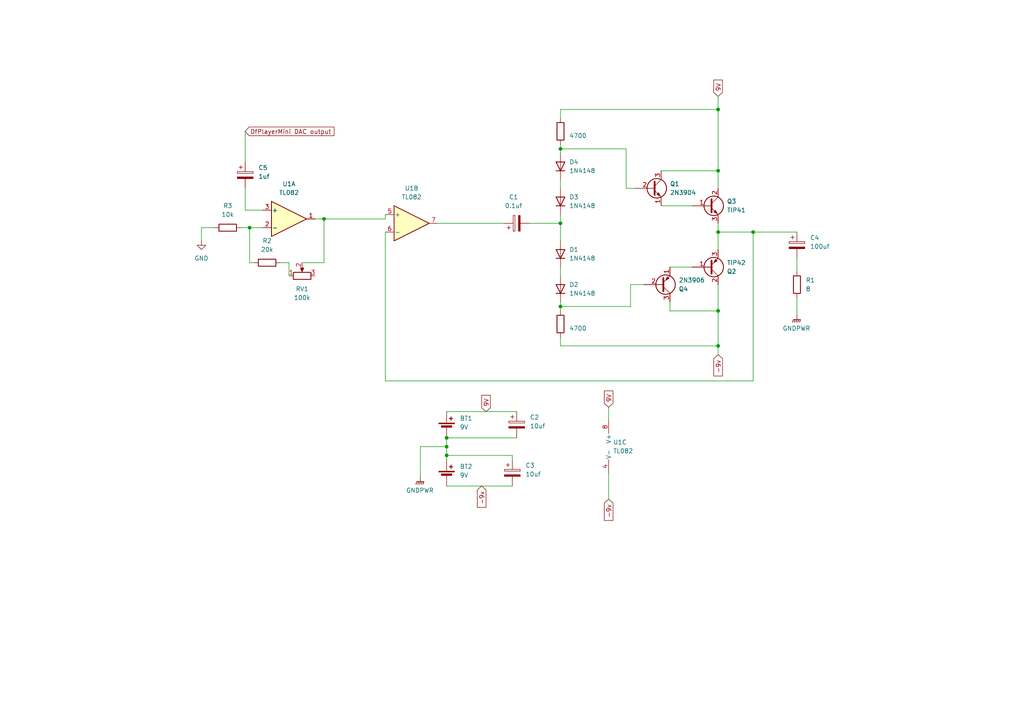
<source format=kicad_sch>
(kicad_sch (version 20231120) (generator "eeschema") (generator_version "8.0")
  (paper "A4")
  (lib_symbols
    (symbol "Amplifier_Operational:TL082" (pin_names (offset 0.127))
      (property "Reference" "U" (at 0 5.08 0))
      (property "Value" "TL082" (at 0 -5.08 0))
      (symbol "TL082_1_1"
        (polyline (pts (xy -5.08 5.08) (xy 5.08 0) (xy -5.08 -5.08) (xy -5.08 5.08)) (stroke (width 0.254)) (fill (type background)))
        (pin output line (at 7.62 0 180) (length 2.54) (name "~") (number "1"))
        (pin input line (at -7.62 -2.54 0) (length 2.54) (name "-") (number "2"))
        (pin input line (at -7.62 2.54 0) (length 2.54) (name "+") (number "3"))
      )
      (symbol "TL082_2_1"
        (polyline (pts (xy -5.08 5.08) (xy 5.08 0) (xy -5.08 -5.08) (xy -5.08 5.08)) (stroke (width 0.254)) (fill (type background)))
        (pin input line (at -7.62 2.54 0) (length 2.54) (name "+") (number "5"))
        (pin input line (at -7.62 -2.54 0) (length 2.54) (name "-") (number "6"))
        (pin output line (at 7.62 0 180) (length 2.54) (name "~") (number "7"))
      )
      (symbol "TL082_3_1"
        (pin power_in line (at -2.54 -7.62 90) (length 3.81) (name "V-") (number "4"))
        (pin power_in line (at -2.54 7.62 270) (length 3.81) (name "V+") (number "8"))
      )
    )
    (symbol "Device:Battery_Cell" (pin_numbers hide) (pin_names (offset 0) hide)
      (property "Reference" "BT" (at 2.54 2.54 0))
      (property "Value" "Battery_Cell" (at 2.54 0 0))
      (symbol "Battery_Cell_0_1"
        (rectangle (start -2.286 1.778) (end 2.286 1.524) (fill (type outline)))
        (rectangle (start -1.524 1.016) (end 1.524 0.508) (fill (type outline)))
        (polyline (pts (xy 0 0.762) (xy 0 0)))
        (polyline (pts (xy 0 1.778) (xy 0 2.54)))
        (polyline (pts (xy 0.762 3.048) (xy 1.778 3.048)) (stroke (width 0.254)))
        (polyline (pts (xy 1.27 3.556) (xy 1.27 2.54)) (stroke (width 0.254)))
      )
      (symbol "Battery_Cell_1_1"
        (pin passive line (at 0 5.08 270) (length 2.54) (name "+") (number "1"))
        (pin passive line (at 0 -2.54 90) (length 2.54) (name "-") (number "2"))
      )
    )
    (symbol "Device:C_Polarized" (pin_numbers hide) (pin_names (offset 0.254))
      (property "Reference" "C" (at 0.635 2.54 0))
      (property "Value" "C_Polarized" (at 0.635 -2.54 0))
      (symbol "C_Polarized_0_1"
        (rectangle (start -2.286 0.508) (end 2.286 1.016))
        (polyline (pts (xy -1.778 2.286) (xy -0.762 2.286)))
        (polyline (pts (xy -1.27 2.794) (xy -1.27 1.778)))
        (rectangle (start 2.286 -0.508) (end -2.286 -1.016) (fill (type outline)))
      )
      (symbol "C_Polarized_1_1"
        (pin passive line (at 0 3.81 270) (length 2.794) (name "~") (number "1"))
        (pin passive line (at 0 -3.81 90) (length 2.794) (name "~") (number "2"))
      )
    )
    (symbol "Device:R" (pin_numbers hide) (pin_names (offset 0))
      (property "Reference" "R" (at 2.032 0 90))
      (property "Value" "R" (at 0 0 90))
      (symbol "R_0_1"
        (rectangle (start -1.016 -2.54) (end 1.016 2.54) (stroke (width 0.254)))
      )
      (symbol "R_1_1"
        (pin passive line (at 0 3.81 270) (length 1.27) (name "~") (number "1"))
        (pin passive line (at 0 -3.81 90) (length 1.27) (name "~") (number "2"))
      )
    )
    (symbol "Device:R_Potentiometer" (pin_names (offset 1.016) hide)
      (property "Reference" "RV" (at -4.445 0 90))
      (property "Value" "R_Potentiometer" (at -2.54 0 90))
      (symbol "R_Potentiometer_0_1"
        (polyline (pts (xy 2.54 0) (xy 1.524 0)))
        (polyline (pts (xy 1.143 0) (xy 2.286 0.508) (xy 2.286 -0.508) (xy 1.143 0)) (fill (type outline)))
        (rectangle (start 1.016 2.54) (end -1.016 -2.54) (stroke (width 0.254)))
      )
      (symbol "R_Potentiometer_1_1"
        (pin passive line (at 0 3.81 270) (length 1.27) (name "1") (number "1"))
        (pin passive line (at 3.81 0 180) (length 1.27) (name "2") (number "2"))
        (pin passive line (at 0 -3.81 90) (length 1.27) (name "3") (number "3"))
      )
    )
    (symbol "Diode:1N4148" (pin_numbers hide) (pin_names hide)
      (property "Reference" "D" (at 0 2.54 0))
      (property "Value" "1N4148" (at 0 -2.54 0))
      (symbol "1N4148_0_1"
        (polyline (pts (xy -1.27 1.27) (xy -1.27 -1.27)) (stroke (width 0.254)))
        (polyline (pts (xy 1.27 0) (xy -1.27 0)))
        (polyline (pts (xy 1.27 1.27) (xy 1.27 -1.27) (xy -1.27 0) (xy 1.27 1.27)) (stroke (width 0.254)))
      )
      (symbol "1N4148_1_1"
        (pin passive line (at -3.81 0 0) (length 2.54) (name "K") (number "1"))
        (pin passive line (at 3.81 0 180) (length 2.54) (name "A") (number "2"))
      )
    )
    (symbol "Transistor_BJT:2N3904" (pin_names (offset 0) hide)
      (property "Reference" "Q" (at 5.08 1.905 0))
      (property "Value" "2N3904" (at 5.08 0 0))
      (symbol "2N3904_0_1"
        (polyline (pts (xy 0.635 0.635) (xy 2.54 2.54)))
        (polyline (pts (xy 0.635 -0.635) (xy 2.54 -2.54) (xy 2.54 -2.54)))
        (polyline (pts (xy 0.635 1.905) (xy 0.635 -1.905) (xy 0.635 -1.905)) (stroke (width 0.508)))
        (polyline (pts (xy 1.27 -1.778) (xy 1.778 -1.27) (xy 2.286 -2.286) (xy 1.27 -1.778) (xy 1.27 -1.778)) (fill (type outline)))
        (circle (center 1.27 0) (radius 2.8194) (stroke (width 0.254)))
      )
      (symbol "2N3904_1_1"
        (pin passive line (at 2.54 -5.08 90) (length 2.54) (name "E") (number "1"))
        (pin passive line (at -5.08 0 0) (length 5.715) (name "B") (number "2"))
        (pin passive line (at 2.54 5.08 270) (length 2.54) (name "C") (number "3"))
      )
    )
    (symbol "Transistor_BJT:2N3906" (pin_names (offset 0) hide)
      (property "Reference" "Q" (at 5.08 1.905 0))
      (property "Value" "2N3906" (at 5.08 0 0))
      (symbol "2N3906_0_1"
        (polyline (pts (xy 0.635 0.635) (xy 2.54 2.54)))
        (polyline (pts (xy 0.635 -0.635) (xy 2.54 -2.54) (xy 2.54 -2.54)))
        (polyline (pts (xy 0.635 1.905) (xy 0.635 -1.905) (xy 0.635 -1.905)) (stroke (width 0.508)))
        (polyline (pts (xy 2.286 -1.778) (xy 1.778 -2.286) (xy 1.27 -1.27) (xy 2.286 -1.778) (xy 2.286 -1.778)) (fill (type outline)))
        (circle (center 1.27 0) (radius 2.8194) (stroke (width 0.254)))
      )
      (symbol "2N3906_1_1"
        (pin passive line (at 2.54 -5.08 90) (length 2.54) (name "E") (number "1"))
        (pin input line (at -5.08 0 0) (length 5.715) (name "B") (number "2"))
        (pin passive line (at 2.54 5.08 270) (length 2.54) (name "C") (number "3"))
      )
    )
    (symbol "Transistor_BJT:TIP41" (pin_names (offset 0) hide)
      (property "Reference" "Q" (at 6.35 1.905 0))
      (property "Value" "TIP41" (at 6.35 0 0))
      (symbol "TIP41_0_1"
        (polyline (pts (xy 0.635 0.635) (xy 2.54 2.54)))
        (polyline (pts (xy 0.635 -0.635) (xy 2.54 -2.54) (xy 2.54 -2.54)))
        (polyline (pts (xy 0.635 1.905) (xy 0.635 -1.905) (xy 0.635 -1.905)) (stroke (width 0.508)))
        (polyline (pts (xy 1.27 -1.778) (xy 1.778 -1.27) (xy 2.286 -2.286) (xy 1.27 -1.778) (xy 1.27 -1.778)) (fill (type outline)))
        (circle (center 1.27 0) (radius 2.8194) (stroke (width 0.254)))
      )
      (symbol "TIP41_1_1"
        (pin input line (at -5.08 0 0) (length 5.715) (name "B") (number "1"))
        (pin passive line (at 2.54 5.08 270) (length 2.54) (name "C") (number "2"))
        (pin passive line (at 2.54 -5.08 90) (length 2.54) (name "E") (number "3"))
      )
    )
    (symbol "Transistor_BJT:TIP42" (pin_names (offset 0) hide)
      (property "Reference" "Q" (at 6.35 1.905 0))
      (property "Value" "TIP42" (at 6.35 0 0))
      (symbol "TIP42_0_1"
        (polyline (pts (xy 0.635 0.635) (xy 2.54 2.54)))
        (polyline (pts (xy 0.635 -0.635) (xy 2.54 -2.54) (xy 2.54 -2.54)))
        (polyline (pts (xy 0.635 1.905) (xy 0.635 -1.905) (xy 0.635 -1.905)) (stroke (width 0.508)))
        (polyline (pts (xy 2.286 -1.778) (xy 1.778 -2.286) (xy 1.27 -1.27) (xy 2.286 -1.778) (xy 2.286 -1.778)) (fill (type outline)))
        (circle (center 1.27 0) (radius 2.8194) (stroke (width 0.254)))
      )
      (symbol "TIP42_1_1"
        (pin input line (at -5.08 0 0) (length 5.715) (name "B") (number "1"))
        (pin passive line (at 2.54 5.08 270) (length 2.54) (name "C") (number "2"))
        (pin passive line (at 2.54 -5.08 90) (length 2.54) (name "E") (number "3"))
      )
    )
    (symbol "power:GND" (power) (pin_numbers hide) (pin_names (offset 0) hide)
      (property "Value" "GND" (at 0 -3.81 0))
      (symbol "GND_0_1"
        (polyline (pts (xy 0 0) (xy 0 -1.27) (xy 1.27 -1.27) (xy 0 -2.54) (xy -1.27 -1.27) (xy 0 -1.27)))
      )
      (symbol "GND_1_1"
        (pin power_in line (at 0 0 270) (length 0) (name "~") (number "1"))
      )
    )
    (symbol "power:GNDPWR" (power) (pin_numbers hide) (pin_names (offset 0) hide)
      (property "Value" "GNDPWR" (at 0 -3.302 0))
      (symbol "GNDPWR_0_1"
        (polyline (pts (xy 0 -1.27) (xy 0 0)))
        (polyline (pts (xy -1.016 -1.27) (xy -1.27 -2.032) (xy -1.27 -2.032)) (stroke (width 0.2032)))
        (polyline (pts (xy -0.508 -1.27) (xy -0.762 -2.032) (xy -0.762 -2.032)) (stroke (width 0.2032)))
        (polyline (pts (xy 0 -1.27) (xy -0.254 -2.032) (xy -0.254 -2.032)) (stroke (width 0.2032)))
        (polyline (pts (xy 0.508 -1.27) (xy 0.254 -2.032) (xy 0.254 -2.032)) (stroke (width 0.2032)))
        (polyline (pts (xy 1.016 -1.27) (xy -1.016 -1.27) (xy -1.016 -1.27)) (stroke (width 0.2032)))
        (polyline (pts (xy 1.016 -1.27) (xy 0.762 -2.032) (xy 0.762 -2.032) (xy 0.762 -2.032)) (stroke (width 0.2032)))
      )
      (symbol "GNDPWR_1_1"
        (pin power_in line (at 0 0 270) (length 0) (name "~") (number "1"))
      )
    )
  )
  (junction (at 208.28 100.33))
  (junction (at 162.56 64.77))
  (junction (at 162.56 43.18))
  (junction (at 129.54 132.08))
  (junction (at 72.39 66.04))
  (junction (at 129.54 129.54))
  (junction (at 129.54 127))
  (junction (at 208.28 67.31))
  (junction (at 93.98 63.5))
  (junction (at 218.44 67.31))
  (junction (at 208.28 31.75))
  (junction (at 162.56 88.9))
  (junction (at 208.28 49.53))
  (junction (at 208.28 90.17))
  (wire (pts (xy 69.85 66.04) (xy 72.39 66.04)))
  (wire (pts (xy 162.56 87.63) (xy 162.56 88.9)))
  (wire (pts (xy 191.77 59.69) (xy 200.66 59.69)))
  (wire (pts (xy 176.53 118.11) (xy 176.53 121.92)))
  (wire (pts (xy 83.82 76.2) (xy 83.82 80.01)))
  (wire (pts (xy 111.76 63.5) (xy 111.76 62.23)))
  (wire (pts (xy 162.56 31.75) (xy 208.28 31.75)))
  (wire (pts (xy 208.28 82.55) (xy 208.28 90.17)))
  (wire (pts (xy 72.39 66.04) (xy 72.39 76.2)))
  (wire (pts (xy 182.88 88.9) (xy 182.88 82.55)))
  (wire (pts (xy 71.12 38.1) (xy 71.12 46.99)))
  (wire (pts (xy 231.14 74.93) (xy 231.14 78.74)))
  (wire (pts (xy 162.56 31.75) (xy 162.56 34.29)))
  (wire (pts (xy 231.14 86.36) (xy 231.14 91.44)))
  (wire (pts (xy 208.28 64.77) (xy 208.28 67.31)))
  (wire (pts (xy 208.28 67.31) (xy 218.44 67.31)))
  (wire (pts (xy 194.31 77.47) (xy 200.66 77.47)))
  (wire (pts (xy 208.28 100.33) (xy 208.28 102.87)))
  (wire (pts (xy 111.76 110.49) (xy 218.44 110.49)))
  (wire (pts (xy 111.76 67.31) (xy 111.76 110.49)))
  (wire (pts (xy 72.39 76.2) (xy 73.66 76.2)))
  (wire (pts (xy 129.54 127) (xy 129.54 129.54)))
  (wire (pts (xy 162.56 43.18) (xy 181.61 43.18)))
  (wire (pts (xy 162.56 52.07) (xy 162.56 54.61)))
  (wire (pts (xy 129.54 132.08) (xy 148.59 132.08)))
  (wire (pts (xy 208.28 90.17) (xy 208.28 100.33)))
  (wire (pts (xy 162.56 77.47) (xy 162.56 80.01)))
  (wire (pts (xy 181.61 43.18) (xy 181.61 54.61)))
  (wire (pts (xy 129.54 119.38) (xy 149.86 119.38)))
  (wire (pts (xy 121.92 138.43) (xy 121.92 129.54)))
  (wire (pts (xy 162.56 64.77) (xy 162.56 69.85)))
  (wire (pts (xy 153.67 64.77) (xy 162.56 64.77)))
  (wire (pts (xy 162.56 62.23) (xy 162.56 64.77)))
  (wire (pts (xy 194.31 90.17) (xy 208.28 90.17)))
  (wire (pts (xy 81.28 76.2) (xy 83.82 76.2)))
  (wire (pts (xy 87.63 76.2) (xy 93.98 76.2)))
  (wire (pts (xy 191.77 49.53) (xy 208.28 49.53)))
  (wire (pts (xy 58.42 66.04) (xy 58.42 69.85)))
  (wire (pts (xy 121.92 129.54) (xy 129.54 129.54)))
  (wire (pts (xy 71.12 54.61) (xy 71.12 60.96)))
  (wire (pts (xy 194.31 87.63) (xy 194.31 90.17)))
  (wire (pts (xy 162.56 88.9) (xy 182.88 88.9)))
  (wire (pts (xy 129.54 127) (xy 149.86 127)))
  (wire (pts (xy 208.28 31.75) (xy 208.28 49.53)))
  (wire (pts (xy 208.28 27.94) (xy 208.28 31.75)))
  (wire (pts (xy 93.98 63.5) (xy 91.44 63.5)))
  (wire (pts (xy 208.28 49.53) (xy 208.28 54.61)))
  (wire (pts (xy 176.53 137.16) (xy 176.53 144.78)))
  (wire (pts (xy 93.98 63.5) (xy 111.76 63.5)))
  (wire (pts (xy 162.56 41.91) (xy 162.56 43.18)))
  (wire (pts (xy 162.56 43.18) (xy 162.56 44.45)))
  (wire (pts (xy 71.12 60.96) (xy 76.2 60.96)))
  (wire (pts (xy 129.54 132.08) (xy 129.54 133.35)))
  (wire (pts (xy 93.98 76.2) (xy 93.98 63.5)))
  (wire (pts (xy 129.54 129.54) (xy 129.54 132.08)))
  (wire (pts (xy 162.56 100.33) (xy 208.28 100.33)))
  (wire (pts (xy 181.61 54.61) (xy 184.15 54.61)))
  (wire (pts (xy 148.59 132.08) (xy 148.59 133.35)))
  (wire (pts (xy 162.56 88.9) (xy 162.56 90.17)))
  (wire (pts (xy 218.44 110.49) (xy 218.44 67.31)))
  (wire (pts (xy 208.28 67.31) (xy 208.28 72.39)))
  (wire (pts (xy 182.88 82.55) (xy 186.69 82.55)))
  (wire (pts (xy 162.56 97.79) (xy 162.56 100.33)))
  (wire (pts (xy 72.39 66.04) (xy 76.2 66.04)))
  (wire (pts (xy 127 64.77) (xy 146.05 64.77)))
  (wire (pts (xy 62.23 66.04) (xy 58.42 66.04)))
  (wire (pts (xy 218.44 67.31) (xy 231.14 67.31)))
  (wire (pts (xy 129.54 140.97) (xy 148.59 140.97)))
  (global_label "-9v" (shape input) (at 176.53 144.78 270) (property "Intersheetrefs" "${INTERSHEET_REFS}" (effects (hide yes))))
  (global_label "DfPlayerMini DAC output" (shape input) (at 71.12 38.1 0) (property "Intersheetrefs" "${INTERSHEET_REFS}" (effects (hide yes))))
  (global_label "9V" (shape input) (at 140.97 119.38 90) (property "Intersheetrefs" "${INTERSHEET_REFS}" (effects (hide yes))))
  (global_label "-9v" (shape input) (at 139.7 140.97 270) (property "Intersheetrefs" "${INTERSHEET_REFS}" (effects (hide yes))))
  (global_label "9V" (shape input) (at 208.28 27.94 90) (property "Intersheetrefs" "${INTERSHEET_REFS}" (effects (hide yes))))
  (global_label "9V" (shape input) (at 176.53 118.11 90) (property "Intersheetrefs" "${INTERSHEET_REFS}" (effects (hide yes))))
  (global_label "-9v" (shape input) (at 208.28 102.87 270) (property "Intersheetrefs" "${INTERSHEET_REFS}" (effects (hide yes))))
  (symbol (lib_id "Device:R") (at 162.56 93.98 0) (unit 1)
    (property "Reference" "R4" (effects (hide yes)))
    (property "Value" "4700" (at 165.1 95.2499 0) (effects (justify left)))
    (property "Description" "Resistor" (effects (hide yes)))
  )
  (symbol (lib_id "Device:R_Potentiometer") (at 87.63 80.01 90) (unit 1)
    (property "Reference" "RV1" (at 87.63 83.82 90))
    (property "Value" "100k" (at 87.63 86.36 90))
    (property "Description" "Potentiometer" (effects (hide yes)))
  )
  (symbol (lib_id "Diode:1N4148") (at 162.56 83.82 90) (unit 1)
    (property "Reference" "D2" (at 165.1 82.5499 90) (effects (justify right)))
    (property "Value" "1N4148" (at 165.1 85.0899 90) (effects (justify right)))
    (property "Footprint" "Diode_THT:D_DO-35_SOD27_P7.62mm_Horizontal" (effects (hide yes)))
    (property "Datasheet" "https://assets.nexperia.com/documents/data-sheet/1N4148_1N4448.pdf" (effects (hide yes)))
    (property "Description" "100V 0.15A standard switching diode, DO-35" (effects (hide yes)))
    (property "Sim.Device" "D" (effects (hide yes)))
    (property "Sim.Pins" "1=K 2=A" (effects (hide yes)))
  )
  (symbol (lib_id "Device:R") (at 66.04 66.04 90) (unit 1)
    (property "Reference" "R3" (at 66.04 59.69 90))
    (property "Value" "10k" (at 66.04 62.23 90))
    (property "Description" "Resistor" (effects (hide yes)))
  )
  (symbol (lib_id "Device:R") (at 231.14 82.55 0) (unit 1)
    (property "Reference" "R1" (at 233.68 81.2799 0) (effects (justify left)))
    (property "Value" "8" (at 233.68 83.8199 0) (effects (justify left)))
    (property "Description" "Resistor" (effects (hide yes)))
  )
  (symbol (lib_id "Diode:1N4148") (at 162.56 58.42 90) (unit 1)
    (property "Reference" "D3" (at 165.1 57.1499 90) (effects (justify right)))
    (property "Value" "1N4148" (at 165.1 59.6899 90) (effects (justify right)))
    (property "Footprint" "Diode_THT:D_DO-35_SOD27_P7.62mm_Horizontal" (effects (hide yes)))
    (property "Datasheet" "https://assets.nexperia.com/documents/data-sheet/1N4148_1N4448.pdf" (effects (hide yes)))
    (property "Description" "100V 0.15A standard switching diode, DO-35" (effects (hide yes)))
    (property "Sim.Device" "D" (effects (hide yes)))
    (property "Sim.Pins" "1=K 2=A" (effects (hide yes)))
  )
  (symbol (lib_id "Device:Battery_Cell") (at 129.54 138.43 0) (unit 1)
    (property "Reference" "BT2" (at 133.35 135.3184 0) (effects (justify left)))
    (property "Value" "9V" (at 133.35 137.8584 0) (effects (justify left)))
    (property "Description" "Single-cell battery" (effects (hide yes)))
  )
  (symbol (lib_id "power:GNDPWR") (at 121.92 138.43 0) (unit 1)
    (property "Reference" "#PWR02" (effects (hide yes)))
    (property "Value" "GNDPWR" (at 121.793 142.24 0))
    (property "Description" "Power symbol creates a global label with name \"GNDPWR\" , global ground" (effects (hide yes)))
  )
  (symbol (lib_id "Transistor_BJT:TIP42") (at 205.74 77.47 0) (mirror x) (unit 1)
    (property "Reference" "Q2" (at 210.82 78.7401 0) (effects (justify left)))
    (property "Value" "TIP42" (at 210.82 76.2001 0) (effects (justify left)))
    (property "Footprint" "Package_TO_SOT_THT:TO-220-3_Vertical" (effects (hide yes)))
    (property "Datasheet" "https://www.centralsemi.com/get_document.php?cmp=1&mergetype=pd&mergepath=pd&pdf_id=TIP42.PDF" (effects (hide yes)))
    (property "Description" "-6A Ic, -40V Vce, Power PNP Transistor, TO-220" (effects (hide yes)))
  )
  (symbol (lib_id "Transistor_BJT:2N3904") (at 189.23 54.61 0) (unit 1)
    (property "Reference" "Q1" (at 194.31 53.3399 0) (effects (justify left)))
    (property "Value" "2N3904" (at 194.31 55.8799 0) (effects (justify left)))
    (property "Footprint" "Package_TO_SOT_THT:TO-92_Inline" (effects (hide yes)))
    (property "Datasheet" "https://www.onsemi.com/pub/Collateral/2N3903-D.PDF" (effects (hide yes)))
    (property "Description" "0.2A Ic, 40V Vce, Small Signal NPN Transistor, TO-92" (effects (hide yes)))
  )
  (symbol (lib_id "Diode:1N4148") (at 162.56 48.26 90) (unit 1)
    (property "Reference" "D4" (at 165.1 46.9899 90) (effects (justify right)))
    (property "Value" "1N4148" (at 165.1 49.5299 90) (effects (justify right)))
    (property "Footprint" "Diode_THT:D_DO-35_SOD27_P7.62mm_Horizontal" (effects (hide yes)))
    (property "Datasheet" "https://assets.nexperia.com/documents/data-sheet/1N4148_1N4448.pdf" (effects (hide yes)))
    (property "Description" "100V 0.15A standard switching diode, DO-35" (effects (hide yes)))
    (property "Sim.Device" "D" (effects (hide yes)))
    (property "Sim.Pins" "1=K 2=A" (effects (hide yes)))
  )
  (symbol (lib_id "Device:Battery_Cell") (at 129.54 124.46 0) (unit 1)
    (property "Reference" "BT1" (at 133.35 121.3484 0) (effects (justify left)))
    (property "Value" "9V" (at 133.35 123.8884 0) (effects (justify left)))
    (property "Description" "Single-cell battery" (effects (hide yes)))
  )
  (symbol (lib_id "Device:C_Polarized") (at 149.86 64.77 90) (unit 1)
    (property "Reference" "C1" (at 148.971 57.15 90))
    (property "Value" "0.1uf" (at 148.971 59.69 90))
    (property "Description" "Polarized capacitor" (effects (hide yes)))
  )
  (symbol (lib_id "Device:C_Polarized") (at 231.14 71.12 0) (unit 1)
    (property "Reference" "C4" (at 234.95 68.9609 0) (effects (justify left)))
    (property "Value" "100uf" (at 234.95 71.5009 0) (effects (justify left)))
    (property "Description" "Polarized capacitor" (effects (hide yes)))
  )
  (symbol (lib_id "Device:C_Polarized") (at 71.12 50.8 0) (unit 1)
    (property "Reference" "C5" (at 74.93 48.6409 0) (effects (justify left)))
    (property "Value" "1uf" (at 74.93 51.1809 0) (effects (justify left)))
    (property "Description" "Polarized capacitor" (effects (hide yes)))
  )
  (symbol (lib_id "Transistor_BJT:TIP41") (at 205.74 59.69 0) (unit 1)
    (property "Reference" "Q3" (at 210.82 58.4199 0) (effects (justify left)))
    (property "Value" "TIP41" (at 210.82 60.9599 0) (effects (justify left)))
    (property "Footprint" "Package_TO_SOT_THT:TO-220-3_Vertical" (effects (hide yes)))
    (property "Datasheet" "https://www.centralsemi.com/get_document.php?cmp=1&mergetype=pd&mergepath=pd&pdf_id=tip41.PDF" (effects (hide yes)))
    (property "Description" "6A Ic, 40V Vce, Power NPN Transistor, TO-220" (effects (hide yes)))
  )
  (symbol (lib_id "Device:C_Polarized") (at 149.86 123.19 0) (unit 1)
    (property "Reference" "C2" (at 153.67 121.0309 0) (effects (justify left)))
    (property "Value" "10uf" (at 153.67 123.5709 0) (effects (justify left)))
    (property "Description" "Polarized capacitor" (effects (hide yes)))
  )
  (symbol (lib_id "power:GNDPWR") (at 231.14 91.44 0) (unit 1)
    (property "Reference" "#PWR03" (effects (hide yes)))
    (property "Value" "GNDPWR" (at 231.013 95.25 0))
    (property "Description" "Power symbol creates a global label with name \"GNDPWR\" , global ground" (effects (hide yes)))
  )
  (symbol (lib_id "power:GND") (at 58.42 69.85 0) (unit 1)
    (property "Reference" "#PWR01" (effects (hide yes)))
    (property "Value" "GND" (at 58.42 74.93 0))
    (property "Description" "Power symbol creates a global label with name \"GND\" , ground" (effects (hide yes)))
  )
  (symbol (lib_id "Transistor_BJT:2N3906") (at 191.77 82.55 0) (mirror x) (unit 1)
    (property "Reference" "Q4" (at 196.85 83.8201 0) (effects (justify left)))
    (property "Value" "2N3906" (at 196.85 81.2801 0) (effects (justify left)))
    (property "Footprint" "Package_TO_SOT_THT:TO-92_Inline" (effects (hide yes)))
    (property "Datasheet" "https://www.onsemi.com/pub/Collateral/2N3906-D.PDF" (effects (hide yes)))
    (property "Description" "-0.2A Ic, -40V Vce, Small Signal PNP Transistor, TO-92" (effects (hide yes)))
  )
  (symbol (lib_id "Device:R") (at 77.47 76.2 90) (unit 1)
    (property "Reference" "R2" (at 77.47 69.85 90))
    (property "Value" "20k" (at 77.47 72.39 90))
    (property "Description" "Resistor" (effects (hide yes)))
  )
  (symbol (lib_id "Device:C_Polarized") (at 148.59 137.16 0) (unit 1)
    (property "Reference" "C3" (at 152.4 135.0009 0) (effects (justify left)))
    (property "Value" "10uf" (at 152.4 137.5409 0) (effects (justify left)))
    (property "Description" "Polarized capacitor" (effects (hide yes)))
  )
  (symbol (lib_id "Amplifier_Operational:TL082") (at 179.07 129.54 0) (unit 3)
    (property "Reference" "U1" (at 177.8 128.2699 0) (effects (justify left)))
    (property "Value" "TL082" (at 177.8 130.8099 0) (effects (justify left)))
    (property "Datasheet" "http://www.ti.com/lit/ds/symlink/tl081.pdf" (effects (hide yes)))
    (property "Description" "Dual JFET-Input Operational Amplifiers, DIP-8/SOIC-8/SSOP-8" (effects (hide yes)))
  )
  (symbol (lib_id "Diode:1N4148") (at 162.56 73.66 90) (unit 1)
    (property "Reference" "D1" (at 165.1 72.3899 90) (effects (justify right)))
    (property "Value" "1N4148" (at 165.1 74.9299 90) (effects (justify right)))
    (property "Footprint" "Diode_THT:D_DO-35_SOD27_P7.62mm_Horizontal" (effects (hide yes)))
    (property "Datasheet" "https://assets.nexperia.com/documents/data-sheet/1N4148_1N4448.pdf" (effects (hide yes)))
    (property "Description" "100V 0.15A standard switching diode, DO-35" (effects (hide yes)))
    (property "Sim.Device" "D" (effects (hide yes)))
    (property "Sim.Pins" "1=K 2=A" (effects (hide yes)))
  )
  (symbol (lib_id "Amplifier_Operational:TL082") (at 119.38 64.77 0) (unit 2)
    (property "Reference" "U1" (at 119.38 54.61 0))
    (property "Value" "TL082" (at 119.38 57.15 0))
    (property "Datasheet" "http://www.ti.com/lit/ds/symlink/tl081.pdf" (effects (hide yes)))
    (property "Description" "Dual JFET-Input Operational Amplifiers, DIP-8/SOIC-8/SSOP-8" (effects (hide yes)))
  )
  (symbol (lib_id "Device:R") (at 162.56 38.1 0) (unit 1)
    (property "Reference" "R5" (effects (hide yes)))
    (property "Value" "4700" (at 165.1 39.3699 0) (effects (justify left)))
    (property "Description" "Resistor" (effects (hide yes)))
  )
  (symbol (lib_id "Amplifier_Operational:TL082") (at 83.82 63.5 0) (unit 1)
    (property "Reference" "U1" (at 83.82 53.34 0))
    (property "Value" "TL082" (at 83.82 55.88 0))
    (property "Datasheet" "http://www.ti.com/lit/ds/symlink/tl081.pdf" (effects (hide yes)))
    (property "Description" "Dual JFET-Input Operational Amplifiers, DIP-8/SOIC-8/SSOP-8" (effects (hide yes)))
  )
)
</source>
